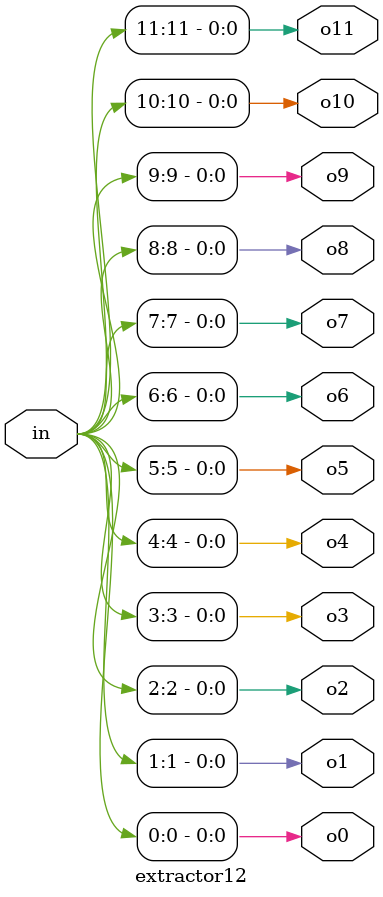
<source format=v>
`timescale 1ns / 1ps
module extractor12(
	in,
	o0,o1,o2,o3,o4,
	o5,o6,o7,o8,o9,
	o10,o11
	);
	input [11:0] in;
	output o0;
	output o1;
	output o2;
	output o3;
	output o4;
	output o5;
	output o6;
	output o7;
	output o8;
	output o9;
	output o10;
	output o11;

	assign o0 = in[0];
	assign o1 = in[1];
	assign o2 = in[2];
	assign o3 = in[3];
	assign o4 = in[4];
	assign o5 = in[5];
	assign o6 = in[6];
	assign o7 = in[7];
	assign o8 = in[8];
	assign o9 = in[9];
	assign o10 = in[10];
	assign o11 = in[11];

endmodule



</source>
